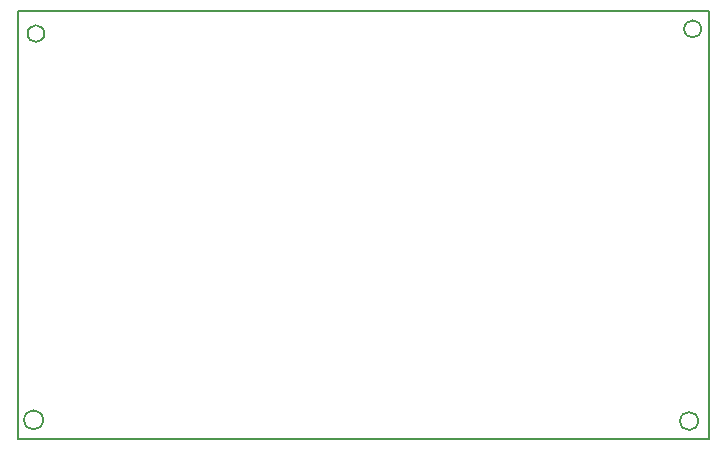
<source format=gm1>
G04 #@! TF.FileFunction,Profile,NP*
%FSLAX46Y46*%
G04 Gerber Fmt 4.6, Leading zero omitted, Abs format (unit mm)*
G04 Created by KiCad (PCBNEW 4.0.5+dfsg1-4~bpo8+1) date Wed Oct 25 14:31:00 2017*
%MOMM*%
%LPD*%
G01*
G04 APERTURE LIST*
%ADD10C,0.100000*%
%ADD11C,0.150000*%
G04 APERTURE END LIST*
D10*
D11*
X87000000Y-94750000D02*
X87000000Y-58500000D01*
X145500000Y-94750000D02*
X87000000Y-94750000D01*
X145500000Y-58500000D02*
X145500000Y-94750000D01*
X87000000Y-58500000D02*
X145500000Y-58500000D01*
X89207107Y-60400000D02*
G75*
G03X89207107Y-60400000I-707107J0D01*
G01*
X89106226Y-93100000D02*
G75*
G03X89106226Y-93100000I-806226J0D01*
G01*
X144561577Y-93200000D02*
G75*
G03X144561577Y-93200000I-761577J0D01*
G01*
X144821110Y-60000000D02*
G75*
G03X144821110Y-60000000I-721110J0D01*
G01*
M02*

</source>
